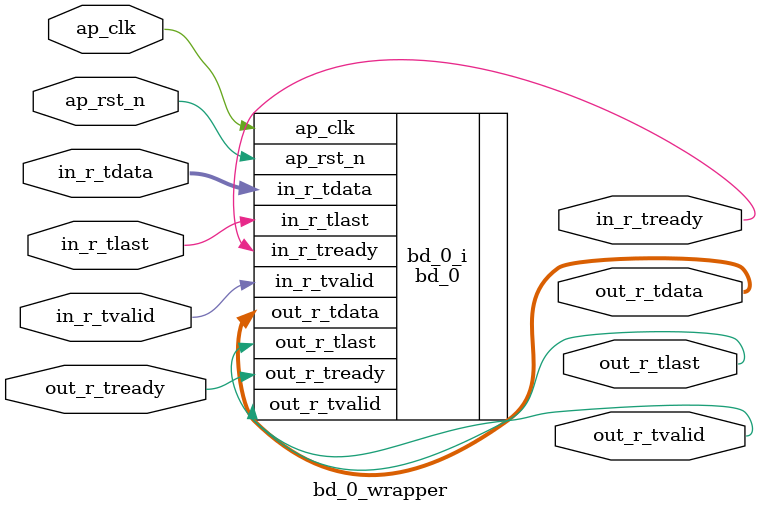
<source format=v>
`timescale 1 ps / 1 ps

module bd_0_wrapper
   (ap_clk,
    ap_rst_n,
    in_r_tdata,
    in_r_tlast,
    in_r_tready,
    in_r_tvalid,
    out_r_tdata,
    out_r_tlast,
    out_r_tready,
    out_r_tvalid);
  input ap_clk;
  input ap_rst_n;
  input [31:0]in_r_tdata;
  input [0:0]in_r_tlast;
  output in_r_tready;
  input in_r_tvalid;
  output [31:0]out_r_tdata;
  output [0:0]out_r_tlast;
  input out_r_tready;
  output out_r_tvalid;

  wire ap_clk;
  wire ap_rst_n;
  wire [31:0]in_r_tdata;
  wire [0:0]in_r_tlast;
  wire in_r_tready;
  wire in_r_tvalid;
  wire [31:0]out_r_tdata;
  wire [0:0]out_r_tlast;
  wire out_r_tready;
  wire out_r_tvalid;

  bd_0 bd_0_i
       (.ap_clk(ap_clk),
        .ap_rst_n(ap_rst_n),
        .in_r_tdata(in_r_tdata),
        .in_r_tlast(in_r_tlast),
        .in_r_tready(in_r_tready),
        .in_r_tvalid(in_r_tvalid),
        .out_r_tdata(out_r_tdata),
        .out_r_tlast(out_r_tlast),
        .out_r_tready(out_r_tready),
        .out_r_tvalid(out_r_tvalid));
endmodule

</source>
